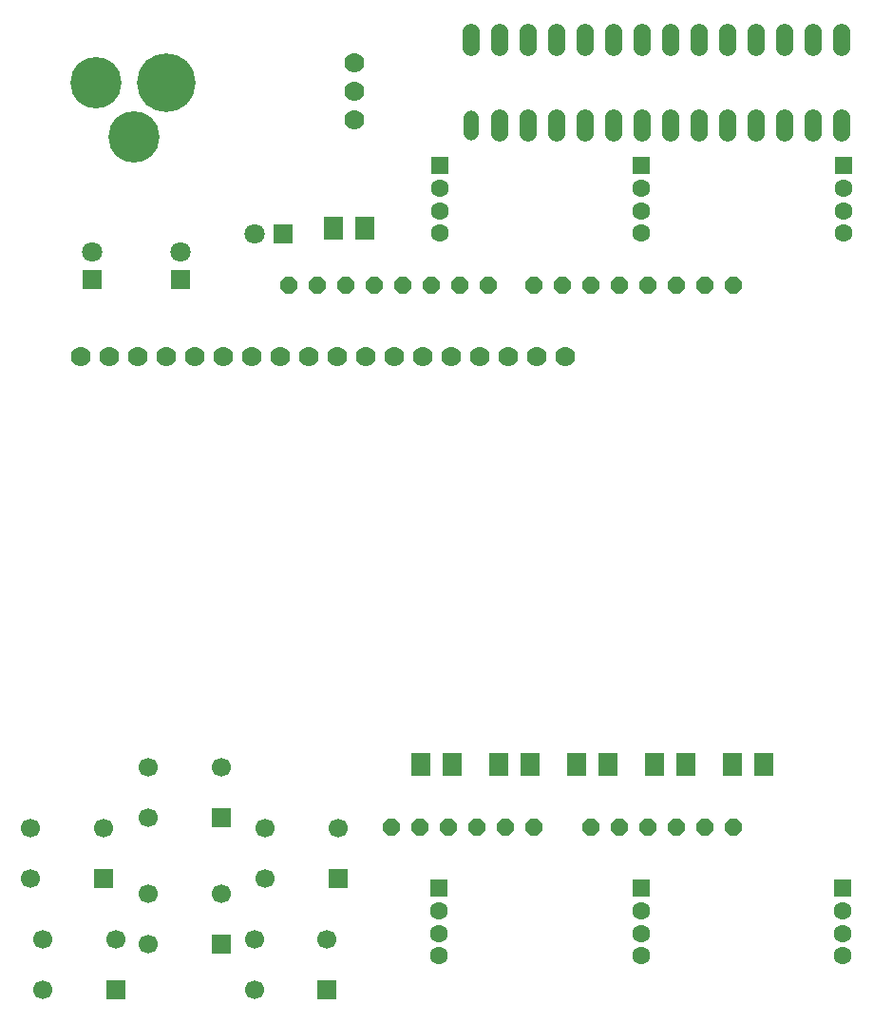
<source format=gbr>
G04 DipTrace 3.3.1.3*
G04 TopMask.gbr*
%MOIN*%
G04 #@! TF.FileFunction,Soldermask,Top*
G04 #@! TF.Part,Single*
%AMOUTLINE0*
4,1,20,
-0.02608,0.026058,
-0.024514,0.034979,
-0.019993,0.042827,
-0.013059,0.048655,
-0.004551,0.05176,
0.004507,0.051768,
0.01302,0.048677,
0.019963,0.042861,
0.0245,0.035021,
0.02608,0.026102,
0.02608,-0.026058,
0.024514,-0.034979,
0.019993,-0.042827,
0.013059,-0.048655,
0.004551,-0.05176,
-0.004507,-0.051768,
-0.01302,-0.048677,
-0.019963,-0.042861,
-0.0245,-0.035021,
-0.02608,-0.026102,
-0.02608,0.026058,
0*%
%AMOUTLINE1*
4,1,20,
-0.03002,0.026401,
-0.028275,0.036344,
-0.02306,0.045396,
-0.015062,0.052118,
-0.005249,0.055699,
0.005198,0.055708,
0.015017,0.052144,
0.023026,0.045435,
0.028258,0.036393,
0.03002,0.026449,
0.03002,-0.026401,
0.028275,-0.036344,
0.02306,-0.045396,
0.015062,-0.052118,
0.005249,-0.055699,
-0.005198,-0.055708,
-0.015017,-0.052144,
-0.023026,-0.045435,
-0.028258,-0.036393,
-0.03002,-0.026449,
-0.03002,0.026401,
0*%
%AMOUTLINE3*
4,1,8,
0.030488,-0.012629,
0.012629,-0.030488,
-0.012629,-0.030488,
-0.030488,-0.012629,
-0.030488,0.012629,
-0.012629,0.030488,
0.012629,0.030488,
0.030488,0.012629,
0.030488,-0.012629,
0*%
%ADD25C,0.07*%
%ADD26R,0.066929X0.066929*%
%ADD27C,0.066929*%
%ADD29C,0.205354*%
%ADD30C,0.179685*%
%ADD51R,0.070872X0.078746*%
%ADD53C,0.070872*%
%ADD55C,0.070872*%
%ADD57R,0.070872X0.070872*%
%ADD59C,0.062998*%
%ADD61R,0.062998X0.062998*%
%ADD66OUTLINE0*%
%ADD67OUTLINE1*%
%ADD69OUTLINE3*%
%FSLAX26Y26*%
G04*
G70*
G90*
G75*
G01*
G04 TopMask*
%LPD*%
D61*
X2600629Y839920D3*
D59*
Y761180D3*
Y682440D3*
Y603700D3*
D61*
X2601968Y3373700D3*
D59*
Y3294960D3*
Y3216220D3*
Y3137480D3*
D57*
X1343700Y3133700D3*
D55*
X1243700D3*
D61*
X1892361Y839920D3*
D59*
Y761180D3*
Y682440D3*
Y603700D3*
D61*
X1893700Y3373700D3*
D59*
Y3294960D3*
Y3216220D3*
Y3137480D3*
D61*
X3308897Y839920D3*
D59*
Y761180D3*
Y682440D3*
Y603700D3*
D61*
X3310235Y3373700D3*
D59*
Y3294960D3*
Y3216220D3*
Y3137480D3*
D57*
X983700Y2973700D3*
D53*
Y3072125D3*
D57*
X673700Y2973700D3*
D53*
Y3072125D3*
D51*
X2922046Y1273700D3*
X3032283D3*
X2648818D3*
X2759054D3*
X2375590D3*
X2485826D3*
X2102361D3*
X2212598D3*
X1829133D3*
X1939369D3*
X1522046Y3153700D3*
X1632283D3*
D66*
X2003700Y3513700D3*
D67*
X2103700D3*
X2203700D3*
X2303700D3*
X2403700D3*
X2503700D3*
X2603700D3*
X2703700D3*
X2803700D3*
X2903700D3*
X3003700D3*
X3103700D3*
X3203700D3*
X3303700D3*
Y3813700D3*
X3203700D3*
X3103700D3*
X3003700D3*
X2903700D3*
X2803700D3*
X2703700D3*
X2603700D3*
X2503700D3*
X2403700D3*
X2303700D3*
X2203700D3*
X2103700D3*
X2003700D3*
D69*
X2523700Y2953700D3*
X2423700Y1053700D3*
X2623700Y2953700D3*
X2723700D3*
X2823700D3*
X2923700D3*
X2423700D3*
X2323700D3*
X2223700D3*
X2063700D3*
X1963700D3*
X1863700D3*
X1763700D3*
X1663700D3*
X1563700D3*
X1463700D3*
X1363700D3*
X2523700Y1053700D3*
X2623700D3*
X2723700D3*
X2823700D3*
X2923700D3*
X2223700D3*
X2123700D3*
X2023700D3*
X1923700D3*
X1823700D3*
X1723700D3*
D25*
X634015Y2704172D3*
X734015D3*
X834015D3*
X934015D3*
X1034015D3*
X1134015D3*
X1234015D3*
X1334015D3*
X1434015D3*
X1534015D3*
X1634015D3*
X1734015D3*
X1834015D3*
X1934015D3*
X2034015D3*
X2134015D3*
X2234015D3*
X2334015D3*
X1593700Y3633700D3*
Y3533700D3*
Y3733700D3*
D26*
X713700Y873700D3*
D27*
Y1050865D3*
X457794D3*
Y873700D3*
D26*
X1536535D3*
D27*
Y1050865D3*
X1280629D3*
Y873700D3*
D26*
X1126535Y1087794D3*
D27*
Y1264960D3*
X870629D3*
Y1087794D3*
D26*
X1126535Y643700D3*
D27*
Y820865D3*
X870629D3*
Y643700D3*
D26*
X756535Y483700D3*
D27*
Y660865D3*
X500629D3*
Y483700D3*
D29*
X933700Y3663700D3*
D30*
X687637D3*
X821495Y3474724D3*
D26*
X1499369Y483700D3*
D27*
Y660865D3*
X1243464D3*
Y483700D3*
M02*

</source>
